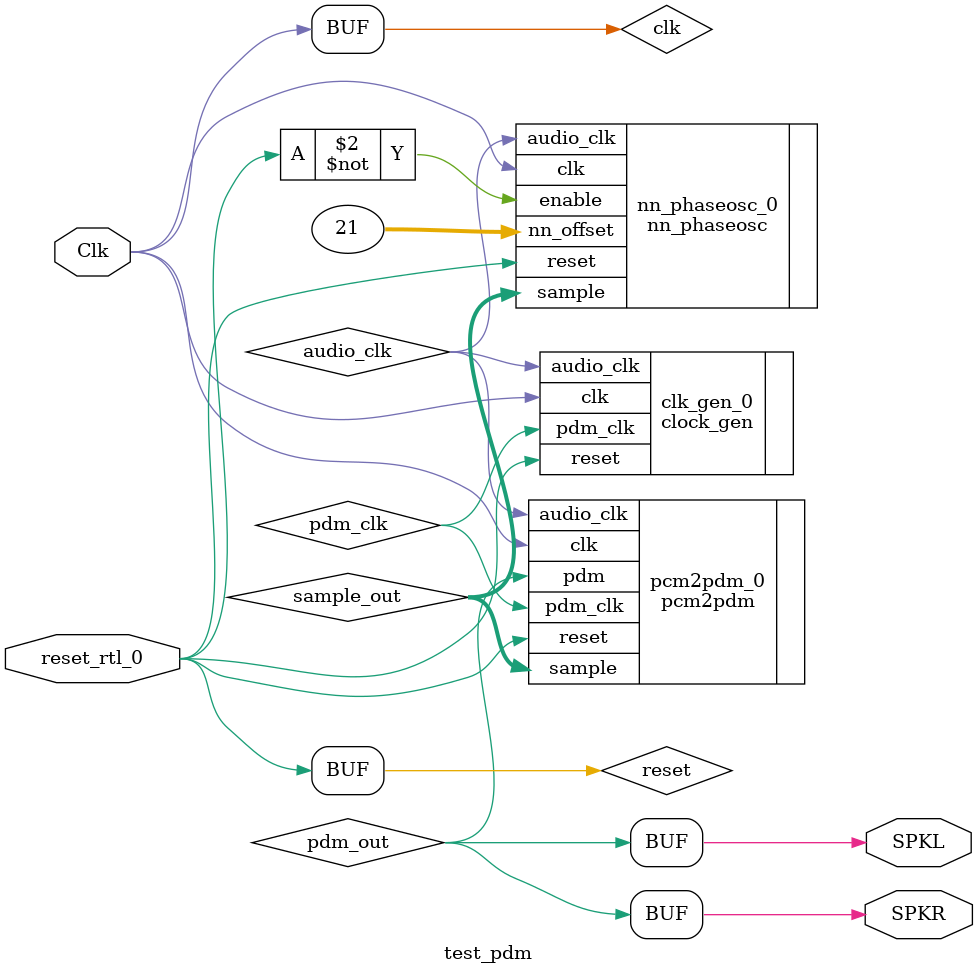
<source format=sv>
module test_pdm (
    input logic Clk,
    input logic reset_rtl_0,

    output logic SPKL,
    output logic SPKR
);

    logic reset;
    logic clk;

    logic pdm_clk;
    logic audio_clk;

    logic [15:0] sample_out;
    logic pdm_out;


always_comb begin // I/O pin assignment
    clk = Clk;
    reset = reset_rtl_0;
    SPKL = pdm_out;
    SPKR = pdm_out;
end

pcm2pdm pcm2pdm_0 (
    .reset(reset),
    .clk(clk),
    .audio_clk(audio_clk),
    .pdm_clk(pdm_clk),
    .sample(sample_out),
    .pdm(pdm_out)
);

clock_gen clk_gen_0 (
    .reset(reset),
    .clk(clk),
    .pdm_clk(pdm_clk),
    .audio_clk(audio_clk)
);

nn_phaseosc nn_phaseosc_0(
    .clk(clk),
    .audio_clk(audio_clk),
    .reset(reset),
    .enable(~reset),
    .nn_offset(21),
    .sample(sample_out)
);

endmodule


</source>
